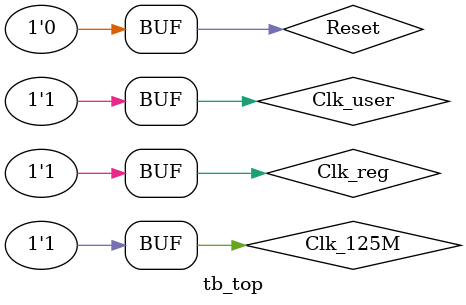
<source format=v>
`timescale 1 ns/100ps

module tb_top ();
   // ******************************************************************************
   //internal signals                                                              
   // ******************************************************************************
   //system signals

   reg				Reset					;
   reg				Clk_125M				;
   reg				Clk_user				;
   reg				Clk_reg					;
   //user interface 
   wire 			Rx_mac_ra				;
   wire 			Rx_mac_rd				;
   wire [31:0] 			Rx_mac_data				;
   wire [1:0] 			Rx_mac_BE				;
   wire 			Rx_mac_pa				;
   wire 			Rx_mac_sop				;
   wire 			Rx_mac_eop				;
   //user interface 
   wire 			Tx_mac_wa	        	;
   wire 			Tx_mac_wr	        	;
   wire [31:0] 			Tx_mac_data	        	;
   wire [1:0] 			Tx_mac_BE				;//big endian
   wire 			Tx_mac_sop	        	;
   wire 			Tx_mac_eop				;
   //Phy interface     	 
   //Phy interface			
   wire 			Gtx_clk					;//used only in GMII mode
   wire 			Rx_clk					;
   wire 			Tx_clk					;//used only in MII mode
   wire 			Tx_er					;
   wire 			Tx_en					;
   wire [7:0] 			Txd						;
   wire 			Rx_er					;
   wire 			Rx_dv					;
   wire [7:0] 			Rxd						;
   wire 			Crs						;
   wire 			Col						;
   wire 			CSB                     ;
   wire 			WRB                     ;
   wire [15:0] 			CD_in                   ;
   wire [15:0] 			CD_out                  ;
   wire [7:0] 			CA                      ;				
   //Phy int host interface     
   wire 			Line_loop_en			;
   wire [2:0] 			Speed					;
   //mii
   wire 			Mdio                	;// MII Management Data In
   wire 			Mdc                		;// MII Management Data Clock	
   wire 			CPU_init_end            ;
   // ******************************************************************************
   //internal signals                                                              
   // ******************************************************************************
   
   initial 
     begin
	Reset	=1;
	#20		Reset	=0;
     end
   always 
     begin
	#4		Clk_125M=0;
	#4		Clk_125M=1;
     end
   
   always 
     begin
	#5		Clk_user=0;
	#5		Clk_user=1;
     end
   
   always 
     begin
	#10		Clk_reg=0;
	#10		Clk_reg=1;
     end
   
//   initial	
  //   begin
	//$shm_open("tb_top.shm",,900000000,);
//	$shm_probe("AS");
 //    end

   MAC_top 
     U_MAC_top(//system signals     			(//system signals           ),
	       .Reset					        (Reset					    ),
	       .Clk_125M				        (Clk_125M				    ),
	       .Clk_user				        (Clk_user				    ),
	       .Clk_reg					    (Clk_reg					),
	       .Speed                          (Speed                      ),
	       //user interface               (//user interface           ),
	       .Rx_mac_ra				        (Rx_mac_ra				    ),
	       .Rx_mac_rd				        (Rx_mac_rd				    ),
	       .Rx_mac_data				    (Rx_mac_data				),
	       .Rx_mac_BE				        (Rx_mac_BE				    ),
	       .Rx_mac_pa				        (Rx_mac_pa				    ),
	       .Rx_mac_sop				        (Rx_mac_sop				    ),
	       .Rx_mac_eop				        (Rx_mac_eop				    ),
	       //user interface               (//user interface           ),
	       .Tx_mac_wa	        	        (Tx_mac_wa	        	    ),
	       .Tx_mac_wr	        	        (Tx_mac_wr	        	    ),
	       .Tx_mac_data	        	    (Tx_mac_data	        	),
	       .Tx_mac_BE				        (Tx_mac_BE				    ),
	       .Tx_mac_sop	        	        (Tx_mac_sop	        	    ),
	       .Tx_mac_eop				        (Tx_mac_eop				    ),
	       //Phy interface     	        (//Phy interface     	    ),
	       //Phy interface			    (//Phy interface			),
	       .Gtx_clk					    (Gtx_clk					),
	       .Rx_clk					        (Rx_clk					    ),
	       .Tx_clk					        (Tx_clk					    ),
	       .Tx_er					        (Tx_er					    ),
	       .Tx_en					        (Tx_en					    ),
	       .Txd						    (Txd	   		),
	       .Rx_er					        (Rx_er					    ),
	       .Rx_dv					        (Rx_dv			    ),
	       .Rxd					        (Rxd				),
	       .Crs					        (Crs				),
	       .Col					        (Col				),
	       //host interface
	       .CSB                            (CSB                        ),
	       .WRB                            (WRB                        ),
	       .CD_in                          (CD_in                      ),
	       .CD_out                         (CD_out                     ),
	       .CA                             (CA                         ),
	       //MII interface signals        (//MII interface signals    ),
	       .Mdio                	        (Mdio                	    ),
	       .Mdc                		    (Mdc                		)
	       );
   
   Phy_sim 
     U_Phy_sim (.Gtx_clk						(Gtx_clk	       	),
		.Rx_clk		                    (Rx_clk		                ),
		.Tx_clk		                    (Tx_clk		                ),
		.Tx_er		                    (Tx_er		                ),
		.Tx_en		                    (Tx_en		                ),
		.Txd			                (Txd			            ),
		.Rx_er		                    (Rx_er		                ),
		.Rx_dv		                    (Rx_dv		                ),
		.Rxd			                (Rxd			            ),
		.Crs			                (Crs			            ),
		.Col			                (Col			            ),
		.Speed		                    (Speed		                )
		);
   
   User_int_sim 
     U_User_int_sim(.Reset							(Reset			),
		    .Clk_user			            (Clk_user			       ),
		    .CPU_init_end                   (CPU_init_end               ),
		    //user inputerface             (//user inputerface         ),
		    .Rx_mac_ra			            (Rx_mac_ra			        ),
		    .Rx_mac_rd			            (Rx_mac_rd			        ),
		    .Rx_mac_data			        (Rx_mac_data			    ),
		    .Rx_mac_BE			            (Rx_mac_BE			        ),
		    .Rx_mac_pa			            (Rx_mac_pa			        ),
		    .Rx_mac_sop			            (Rx_mac_sop			        ),
		    .Rx_mac_eop			            (Rx_mac_eop			        ),
		    //user inputerface             (//user inputerface         ),
		    .Tx_mac_wa	                    (Tx_mac_wa	                ),
		    .Tx_mac_wr	                    (Tx_mac_wr	                ),
		    .Tx_mac_data	                (Tx_mac_data	            ),
		    .Tx_mac_BE			            (Tx_mac_BE			        ),
		    .Tx_mac_sop	                    (Tx_mac_sop	                ),
		    .Tx_mac_eop			            (Tx_mac_eop			        )
		    );
   
   host_sim 
     U_host_sim(.Reset	               			(Reset	                  	),    
		.Clk_reg                  		(Clk_reg                 	), 
		.CSB                            (CSB                        ),
		.WRB                            (WRB                        ),
		.CD_in                          (CD_in                      ),
		.CD_out                         (CD_out                     ),
		.CPU_init_end                   (CPU_init_end               ),
		.CA                             (CA                         )
		);

endmodule // tb_top

</source>
